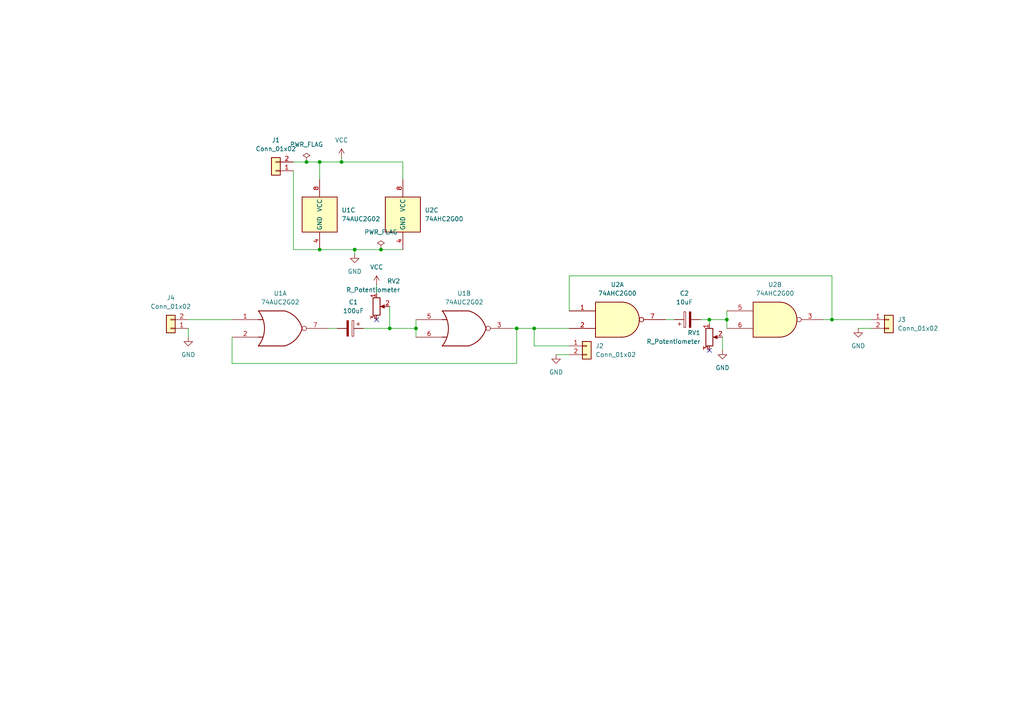
<source format=kicad_sch>
(kicad_sch (version 20250114) (generator "eeschema") (generator_version "9.0")
  (paper "A4")
  (lib_symbols
    (symbol "74xGxx:74AHC2G00"
      (property "Reference" "U" (at -2.54 3.81 0))
      (property "Value" "74AHC2G00" (at 0 -3.81 0))
      (symbol "74AHC2G00_1_1"
        (arc (start 0 5.08) (mid 5.0579 0) (end 0 -5.08) (stroke (width 0.254)) (fill (type background)))
        (polyline (pts (xy 0 -5.08) (xy -7.62 -5.08) (xy -7.62 5.08) (xy 0 5.08)) (stroke (width 0.254)) (fill (type background)))
        (pin input line (at -15.24 2.54 0) (length 7.62) (name "~") (number "1"))
        (pin input line (at -15.24 -2.54 0) (length 7.62) (name "~") (number "2"))
        (pin output inverted (at 12.7 0 180) (length 7.62) (name "~") (number "7"))
      )
      (symbol "74AHC2G00_2_1"
        (arc (start 0 5.08) (mid 5.0579 0) (end 0 -5.08) (stroke (width 0.254)) (fill (type background)))
        (polyline (pts (xy 0 -5.08) (xy -7.62 -5.08) (xy -7.62 5.08) (xy 0 5.08)) (stroke (width 0.254)) (fill (type background)))
        (pin input line (at -15.24 2.54 0) (length 7.62) (name "~") (number "5"))
        (pin input line (at -15.24 -2.54 0) (length 7.62) (name "~") (number "6"))
        (pin output inverted (at 12.7 0 180) (length 7.62) (name "~") (number "3"))
      )
      (symbol "74AHC2G00_3_0"
        (rectangle (start -5.08 -5.08) (end 5.08 5.08) (stroke (width 0.254)) (fill (type background)))
      )
      (symbol "74AHC2G00_3_1"
        (pin power_in line (at 0 10.16 270) (length 5.08) (name "VCC") (number "8"))
        (pin power_in line (at 0 -10.16 90) (length 5.08) (name "GND") (number "4"))
      )
    )
    (symbol "74xGxx:74AUC2G02"
      (property "Reference" "U" (at -2.54 3.81 0))
      (property "Value" "74AUC2G02" (at 0 -3.81 0))
      (symbol "74AUC2G02_1_1"
        (arc (start -7.62 5.08) (mid -5.838 0) (end -7.62 -5.08) (stroke (width 0.254)))
        (polyline (pts (xy -7.62 2.54) (xy -6.35 2.54)) (stroke (width 0.254)) (fill (type background)))
        (polyline (pts (xy -7.62 -2.54) (xy -6.35 -2.54)) (stroke (width 0.254)) (fill (type background)))
        (arc (start 5.08 0) (mid 3.202 -3.202) (end 0 -5.08) (stroke (width 0.254)))
        (arc (start 0 5.08) (mid 3.2271 3.2271) (end 5.08 0) (stroke (width 0.254)))
        (polyline (pts (xy 0 5.08) (xy -7.62 5.08)) (stroke (width 0.254)) (fill (type background)))
        (polyline (pts (xy 0 -5.08) (xy -7.62 -5.08)) (stroke (width 0.254)) (fill (type background)))
        (pin input line (at -15.24 2.54 0) (length 7.62) (name "~") (number "1"))
        (pin input line (at -15.24 -2.54 0) (length 7.62) (name "~") (number "2"))
        (pin output inverted (at 12.7 0 180) (length 7.62) (name "~") (number "7"))
      )
      (symbol "74AUC2G02_2_1"
        (arc (start -7.62 5.08) (mid -5.838 0) (end -7.62 -5.08) (stroke (width 0.254)))
        (polyline (pts (xy -7.62 2.54) (xy -6.35 2.54)) (stroke (width 0.254)) (fill (type background)))
        (polyline (pts (xy -7.62 -2.54) (xy -6.35 -2.54)) (stroke (width 0.254)) (fill (type background)))
        (arc (start 5.08 0) (mid 3.202 -3.202) (end 0 -5.08) (stroke (width 0.254)))
        (arc (start 0 5.08) (mid 3.2271 3.2271) (end 5.08 0) (stroke (width 0.254)))
        (polyline (pts (xy 0 5.08) (xy -7.62 5.08)) (stroke (width 0.254)) (fill (type background)))
        (polyline (pts (xy 0 -5.08) (xy -7.62 -5.08)) (stroke (width 0.254)) (fill (type background)))
        (pin input line (at -15.24 2.54 0) (length 7.62) (name "~") (number "5"))
        (pin input line (at -15.24 -2.54 0) (length 7.62) (name "~") (number "6"))
        (pin output inverted (at 12.7 0 180) (length 7.62) (name "~") (number "3"))
      )
      (symbol "74AUC2G02_3_0"
        (rectangle (start -5.08 -5.08) (end 5.08 5.08) (stroke (width 0.254)) (fill (type background)))
      )
      (symbol "74AUC2G02_3_1"
        (pin power_in line (at 0 10.16 270) (length 5.08) (name "VCC") (number "8"))
        (pin power_in line (at 0 -10.16 90) (length 5.08) (name "GND") (number "4"))
      )
    )
    (symbol "Connector_Generic:Conn_01x02" (pin_names (offset 1.016) (hide yes))
      (property "Reference" "J" (at 0 2.54 0))
      (property "Value" "Conn_01x02" (at 0 -5.08 0))
      (symbol "Conn_01x02_1_1"
        (rectangle (start -1.27 1.27) (end 1.27 -3.81) (stroke (width 0.254)) (fill (type background)))
        (rectangle (start -1.27 0.127) (end 0 -0.127) (stroke (width 0.1524)))
        (rectangle (start -1.27 -2.413) (end 0 -2.667) (stroke (width 0.1524)))
        (pin passive line (at -5.08 0 0) (length 3.81) (name "Pin_1") (number "1"))
        (pin passive line (at -5.08 -2.54 0) (length 3.81) (name "Pin_2") (number "2"))
      )
    )
    (symbol "Device:C_Polarized" (pin_numbers (hide yes)) (pin_names (offset 0.254))
      (property "Reference" "C" (at 0.635 2.54 0))
      (property "Value" "C_Polarized" (at 0.635 -2.54 0))
      (symbol "C_Polarized_0_1"
        (rectangle (start -2.286 0.508) (end 2.286 1.016))
        (polyline (pts (xy -1.778 2.286) (xy -0.762 2.286)))
        (polyline (pts (xy -1.27 2.794) (xy -1.27 1.778)))
        (rectangle (start 2.286 -0.508) (end -2.286 -1.016) (fill (type outline)))
      )
      (symbol "C_Polarized_1_1"
        (pin passive line (at 0 3.81 270) (length 2.794) (name "~") (number "1"))
        (pin passive line (at 0 -3.81 90) (length 2.794) (name "~") (number "2"))
      )
    )
    (symbol "Device:R_Potentiometer" (pin_names (offset 1.016) (hide yes))
      (property "Reference" "RV" (at -4.445 0 90))
      (property "Value" "R_Potentiometer" (at -2.54 0 90))
      (symbol "R_Potentiometer_0_1"
        (rectangle (start 1.016 2.54) (end -1.016 -2.54) (stroke (width 0.254)))
        (polyline (pts (xy 1.143 0) (xy 2.286 0.508) (xy 2.286 -0.508) (xy 1.143 0)) (fill (type outline)))
        (polyline (pts (xy 2.54 0) (xy 1.524 0)))
      )
      (symbol "R_Potentiometer_1_1"
        (pin passive line (at 0 3.81 270) (length 1.27) (name "1") (number "1"))
        (pin passive line (at 0 -3.81 90) (length 1.27) (name "3") (number "3"))
        (pin passive line (at 3.81 0 180) (length 1.27) (name "2") (number "2"))
      )
    )
    (symbol "power:GND" (power) (pin_numbers (hide yes)) (pin_names (offset 0) (hide yes))
      (property "Value" "GND" (at 0 -3.81 0))
      (symbol "GND_0_1"
        (polyline (pts (xy 0 0) (xy 0 -1.27) (xy 1.27 -1.27) (xy 0 -2.54) (xy -1.27 -1.27) (xy 0 -1.27)))
      )
      (symbol "GND_1_1"
        (pin power_in line (at 0 0 270) (length 0) (name "~") (number "1"))
      )
    )
    (symbol "power:PWR_FLAG" (power) (pin_numbers (hide yes)) (pin_names (offset 0) (hide yes))
      (property "Value" "PWR_FLAG" (at 0 3.81 0))
      (symbol "PWR_FLAG_0_0"
        (pin power_out line (at 0 0 90) (length 0) (name "~") (number "1"))
      )
      (symbol "PWR_FLAG_0_1"
        (polyline (pts (xy 0 0) (xy 0 1.27) (xy -1.016 1.905) (xy 0 2.54) (xy 1.016 1.905) (xy 0 1.27)))
      )
    )
    (symbol "power:VCC" (power) (pin_numbers (hide yes)) (pin_names (offset 0) (hide yes))
      (property "Value" "VCC" (at 0 3.556 0))
      (symbol "VCC_0_1"
        (polyline (pts (xy -0.762 1.27) (xy 0 2.54)))
        (polyline (pts (xy 0 2.54) (xy 0.762 1.27)))
        (polyline (pts (xy 0 0) (xy 0 2.54)))
      )
      (symbol "VCC_1_1"
        (pin power_in line (at 0 0 90) (length 0) (name "~") (number "1"))
      )
    )
  )
  (junction (at 149.86 95.25))
  (junction (at 88.9 46.99))
  (junction (at 99.06 46.99))
  (junction (at 113.03 95.25))
  (junction (at 210.82 92.71))
  (junction (at 92.71 72.39))
  (junction (at 120.65 95.25))
  (junction (at 154.94 95.25))
  (junction (at 241.3 92.71))
  (junction (at 92.71 46.99))
  (junction (at 110.49 72.39))
  (junction (at 205.74 92.71))
  (junction (at 102.87 72.39))
  (no_connect (at 205.74 101.6))
  (no_connect (at 109.22 92.71))
  (wire (pts (xy 210.82 90.17) (xy 210.82 92.71)))
  (wire (pts (xy 54.61 92.71) (xy 67.31 92.71)))
  (wire (pts (xy 116.84 46.99) (xy 99.06 46.99)))
  (wire (pts (xy 113.03 88.9) (xy 113.03 95.25)))
  (wire (pts (xy 161.29 102.87) (xy 165.1 102.87)))
  (wire (pts (xy 105.41 95.25) (xy 113.03 95.25)))
  (wire (pts (xy 149.86 105.41) (xy 149.86 95.25)))
  (wire (pts (xy 109.22 82.55) (xy 109.22 85.09)))
  (wire (pts (xy 113.03 95.25) (xy 120.65 95.25)))
  (wire (pts (xy 241.3 80.01) (xy 241.3 92.71)))
  (wire (pts (xy 67.31 97.79) (xy 67.31 105.41)))
  (wire (pts (xy 148.59 95.25) (xy 149.86 95.25)))
  (wire (pts (xy 248.92 95.25) (xy 252.73 95.25)))
  (wire (pts (xy 116.84 52.07) (xy 116.84 46.99)))
  (wire (pts (xy 165.1 90.17) (xy 165.1 80.01)))
  (wire (pts (xy 99.06 45.72) (xy 99.06 46.99)))
  (wire (pts (xy 95.25 95.25) (xy 97.79 95.25)))
  (wire (pts (xy 203.2 92.71) (xy 205.74 92.71)))
  (wire (pts (xy 110.49 72.39) (xy 116.84 72.39)))
  (wire (pts (xy 99.06 46.99) (xy 92.71 46.99)))
  (wire (pts (xy 193.04 92.71) (xy 195.58 92.71)))
  (wire (pts (xy 165.1 80.01) (xy 241.3 80.01)))
  (wire (pts (xy 102.87 72.39) (xy 110.49 72.39)))
  (wire (pts (xy 92.71 46.99) (xy 88.9 46.99)))
  (wire (pts (xy 92.71 72.39) (xy 102.87 72.39)))
  (wire (pts (xy 205.74 92.71) (xy 210.82 92.71)))
  (wire (pts (xy 67.31 105.41) (xy 149.86 105.41)))
  (wire (pts (xy 154.94 95.25) (xy 165.1 95.25)))
  (wire (pts (xy 241.3 92.71) (xy 252.73 92.71)))
  (wire (pts (xy 92.71 52.07) (xy 92.71 46.99)))
  (wire (pts (xy 54.61 95.25) (xy 54.61 97.79)))
  (wire (pts (xy 165.1 100.33) (xy 154.94 100.33)))
  (wire (pts (xy 149.86 95.25) (xy 154.94 95.25)))
  (wire (pts (xy 120.65 92.71) (xy 120.65 95.25)))
  (wire (pts (xy 209.55 97.79) (xy 209.55 101.6)))
  (wire (pts (xy 88.9 46.99) (xy 85.09 46.99)))
  (wire (pts (xy 205.74 92.71) (xy 205.74 93.98)))
  (wire (pts (xy 154.94 100.33) (xy 154.94 95.25)))
  (wire (pts (xy 238.76 92.71) (xy 241.3 92.71)))
  (wire (pts (xy 85.09 72.39) (xy 92.71 72.39)))
  (wire (pts (xy 85.09 49.53) (xy 85.09 72.39)))
  (wire (pts (xy 210.82 92.71) (xy 210.82 95.25)))
  (wire (pts (xy 120.65 95.25) (xy 120.65 97.79)))
  (wire (pts (xy 102.87 72.39) (xy 102.87 73.66)))
  (symbol (lib_id "74xGxx:74AUC2G02") (at 92.71 62.23 0) (unit 3)
    (property "Reference" "U1" (at 99.06 60.9599 0) (effects (justify left)))
    (property "Value" "74AUC2G02" (at 99.06 63.4999 0) (effects (justify left)))
    (property "Datasheet" "http://www.ti.com/lit/sg/scyt129e/scyt129e.pdf" (effects (hide yes)))
    (property "Description" "Dual NOR Gate, Low-Voltage CMOS" (effects (hide yes)))
  )
  (symbol (lib_id "74xGxx:74AHC2G00") (at 116.84 62.23 0) (unit 3)
    (property "Reference" "U2" (at 123.19 60.9599 0) (effects (justify left)))
    (property "Value" "74AHC2G00" (at 123.19 63.4999 0) (effects (justify left)))
    (property "Datasheet" "https://assets.nexperia.com/documents/data-sheet/74AHC_AHCT2G00.pdf" (effects (hide yes)))
    (property "Description" "Dual NAND Gate, High-speed Si-gate CMOS" (effects (hide yes)))
  )
  (symbol (lib_id "Device:R_Potentiometer") (at 109.22 88.9 0) (unit 1)
    (property "Reference" "RV2" (at 116.078 81.534 0) (effects (justify right)))
    (property "Value" "R_Potentiometer" (at 116.078 84.074 0) (effects (justify right)))
    (property "Description" "Potentiometer" (effects (hide yes)))
  )
  (symbol (lib_id "74xGxx:74AHC2G00") (at 226.06 92.71 0) (unit 2)
    (property "Reference" "U2" (at 224.7789 82.55 0))
    (property "Value" "74AHC2G00" (at 224.7789 85.09 0))
    (property "Datasheet" "https://assets.nexperia.com/documents/data-sheet/74AHC_AHCT2G00.pdf" (effects (hide yes)))
    (property "Description" "Dual NAND Gate, High-speed Si-gate CMOS" (effects (hide yes)))
  )
  (symbol (lib_id "Device:C_Polarized") (at 101.6 95.25 270) (unit 1)
    (property "Reference" "C1" (at 102.489 87.63 90))
    (property "Value" "100uF" (at 102.489 90.17 90))
    (property "Footprint" "Capacitor_THT:CP_Radial_D6.3mm_P2.50mm" (effects (hide yes)))
    (property "Description" "Polarized capacitor" (effects (hide yes)))
  )
  (symbol (lib_id "74xGxx:74AHC2G00") (at 180.34 92.71 0) (unit 1)
    (property "Reference" "U2" (at 179.0589 82.55 0))
    (property "Value" "74AHC2G00" (at 179.0589 85.09 0))
    (property "Datasheet" "https://assets.nexperia.com/documents/data-sheet/74AHC_AHCT2G00.pdf" (effects (hide yes)))
    (property "Description" "Dual NAND Gate, High-speed Si-gate CMOS" (effects (hide yes)))
  )
  (symbol (lib_id "Connector_Generic:Conn_01x02") (at 49.53 95.25 180) (unit 1)
    (property "Reference" "J4" (at 49.53 86.36 0))
    (property "Value" "Conn_01x02" (at 49.53 88.9 0))
    (property "Footprint" "TerminalBlock:TerminalBlock_bornier-2_P5.08mm" (effects (hide yes)))
    (property "Description" "Generic connector, single row, 01x02, script generated (kicad-library-utils/schlib/autogen/connector/)" (effects (hide yes)))
  )
  (symbol (lib_id "power:PWR_FLAG") (at 88.9 46.99 0) (unit 1)
    (property "Reference" "#FLG01" (effects (hide yes)))
    (property "Value" "PWR_FLAG" (at 88.9 41.91 0))
    (property "Description" "Special symbol for telling ERC where power comes from" (effects (hide yes)))
  )
  (symbol (lib_id "Connector_Generic:Conn_01x02") (at 80.01 49.53 180) (unit 1)
    (property "Reference" "J1" (at 80.01 40.64 0))
    (property "Value" "Conn_01x02" (at 80.01 43.18 0))
    (property "Footprint" "TerminalBlock:TerminalBlock_bornier-2_P5.08mm" (effects (hide yes)))
    (property "Description" "Generic connector, single row, 01x02, script generated (kicad-library-utils/schlib/autogen/connector/)" (effects (hide yes)))
  )
  (symbol (lib_id "power:GND") (at 102.87 73.66 0) (unit 1)
    (property "Reference" "#PWR01" (effects (hide yes)))
    (property "Value" "GND" (at 102.87 78.74 0))
    (property "Description" "Power symbol creates a global label with name \"GND\" , ground" (effects (hide yes)))
  )
  (symbol (lib_id "power:VCC") (at 99.06 45.72 0) (unit 1)
    (property "Reference" "#PWR02" (effects (hide yes)))
    (property "Value" "VCC" (at 99.06 40.64 0))
    (property "Description" "Power symbol creates a global label with name \"VCC\"" (effects (hide yes)))
  )
  (symbol (lib_id "74xGxx:74AUC2G02") (at 135.89 95.25 0) (unit 2)
    (property "Reference" "U1" (at 134.62 85.09 0))
    (property "Value" "74AUC2G02" (at 134.62 87.63 0))
    (property "Datasheet" "http://www.ti.com/lit/sg/scyt129e/scyt129e.pdf" (effects (hide yes)))
    (property "Description" "Dual NOR Gate, Low-Voltage CMOS" (effects (hide yes)))
  )
  (symbol (lib_id "Connector_Generic:Conn_01x02") (at 257.81 92.71 0) (unit 1)
    (property "Reference" "J3" (at 260.35 92.7099 0) (effects (justify left)))
    (property "Value" "Conn_01x02" (at 260.35 95.2499 0) (effects (justify left)))
    (property "Footprint" "TerminalBlock:TerminalBlock_bornier-2_P5.08mm" (effects (hide yes)))
    (property "Description" "Generic connector, single row, 01x02, script generated (kicad-library-utils/schlib/autogen/connector/)" (effects (hide yes)))
  )
  (symbol (lib_id "Connector_Generic:Conn_01x02") (at 170.18 100.33 0) (unit 1)
    (property "Reference" "J2" (at 172.72 100.3299 0) (effects (justify left)))
    (property "Value" "Conn_01x02" (at 172.72 102.8699 0) (effects (justify left)))
    (property "Footprint" "TerminalBlock:TerminalBlock_bornier-2_P5.08mm" (effects (hide yes)))
    (property "Description" "Generic connector, single row, 01x02, script generated (kicad-library-utils/schlib/autogen/connector/)" (effects (hide yes)))
  )
  (symbol (lib_id "power:GND") (at 209.55 101.6 0) (unit 1)
    (property "Reference" "#PWR05" (effects (hide yes)))
    (property "Value" "GND" (at 209.55 106.68 0))
    (property "Description" "Power symbol creates a global label with name \"GND\" , ground" (effects (hide yes)))
  )
  (symbol (lib_id "power:VCC") (at 109.22 82.55 0) (unit 1)
    (property "Reference" "#PWR06" (effects (hide yes)))
    (property "Value" "VCC" (at 109.22 77.47 0))
    (property "Description" "Power symbol creates a global label with name \"VCC\"" (effects (hide yes)))
  )
  (symbol (lib_id "Device:C_Polarized") (at 199.39 92.71 90) (unit 1)
    (property "Reference" "C2" (at 198.501 85.09 90))
    (property "Value" "10uF" (at 198.501 87.63 90))
    (property "Footprint" "Capacitor_THT:CP_Radial_D5.0mm_P2.50mm" (effects (hide yes)))
    (property "Description" "Polarized capacitor" (effects (hide yes)))
  )
  (symbol (lib_id "power:PWR_FLAG") (at 110.49 72.39 0) (unit 1)
    (property "Reference" "#FLG02" (effects (hide yes)))
    (property "Value" "PWR_FLAG" (at 110.49 67.31 0))
    (property "Description" "Special symbol for telling ERC where power comes from" (effects (hide yes)))
  )
  (symbol (lib_id "power:GND") (at 248.92 95.25 0) (unit 1)
    (property "Reference" "#PWR04" (effects (hide yes)))
    (property "Value" "GND" (at 248.92 100.33 0))
    (property "Description" "Power symbol creates a global label with name \"GND\" , ground" (effects (hide yes)))
  )
  (symbol (lib_id "power:GND") (at 54.61 97.79 0) (unit 1)
    (property "Reference" "#PWR07" (effects (hide yes)))
    (property "Value" "GND" (at 54.61 102.87 0))
    (property "Description" "Power symbol creates a global label with name \"GND\" , ground" (effects (hide yes)))
  )
  (symbol (lib_id "74xGxx:74AUC2G02") (at 82.55 95.25 0) (unit 1)
    (property "Reference" "U1" (at 81.28 85.09 0))
    (property "Value" "74AUC2G02" (at 81.28 87.63 0))
    (property "Datasheet" "http://www.ti.com/lit/sg/scyt129e/scyt129e.pdf" (effects (hide yes)))
    (property "Description" "Dual NOR Gate, Low-Voltage CMOS" (effects (hide yes)))
  )
  (symbol (lib_id "Device:R_Potentiometer") (at 205.74 97.79 0) (unit 1)
    (property "Reference" "RV1" (at 203.2 96.5199 0) (effects (justify right)))
    (property "Value" "R_Potentiometer" (at 203.2 99.0599 0) (effects (justify right)))
    (property "Description" "Potentiometer" (effects (hide yes)))
  )
  (symbol (lib_id "power:GND") (at 161.29 102.87 0) (unit 1)
    (property "Reference" "#PWR03" (effects (hide yes)))
    (property "Value" "GND" (at 161.29 107.95 0))
    (property "Description" "Power symbol creates a global label with name \"GND\" , ground" (effects (hide yes)))
  )
)
</source>
